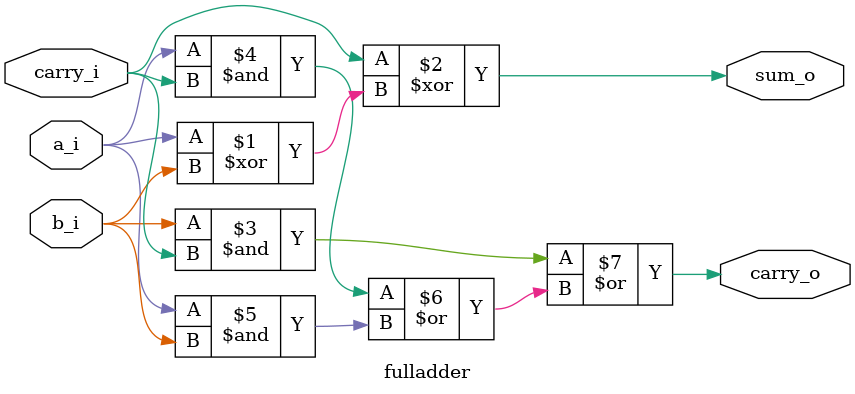
<source format=sv>
`timescale 1ns / 1ps


module fulladder( input   logic          a_i,
                  input   logic          b_i,
                  input   logic      carry_i,
                  
                  output  logic      carry_o,
                  output  logic        sum_o
);
    
assign sum_o = carry_i ^ ( a_i ^ b_i);

assign carry_o = ( b_i & carry_i) | ( ( a_i & carry_i) | ( a_i & b_i));

endmodule

</source>
